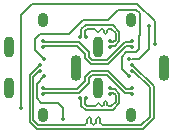
<source format=gbl>
G04*
G04 #@! TF.GenerationSoftware,Altium Limited,Altium Designer,18.0.12 (696)*
G04*
G04 Layer_Physical_Order=2*
G04 Layer_Color=16711680*
%FSLAX25Y25*%
%MOIN*%
G70*
G01*
G75*
%ADD17C,0.00600*%
%ADD20O,0.03543X0.08661*%
%ADD21O,0.03543X0.07087*%
%ADD22O,0.03543X0.04724*%
%ADD23C,0.01400*%
D17*
X136061Y134421D02*
G03*
X135461Y135020I-600J0D01*
G01*
X136061Y134421D02*
G03*
X136661Y133820I600J0D01*
G01*
D02*
G03*
X137261Y134421I0J600D01*
G01*
X137861Y135020D02*
G03*
X137261Y134421I0J-600D01*
G01*
X138461D02*
G03*
X137861Y135020I-600J0D01*
G01*
X138461Y133808D02*
G03*
X139061Y133208I600J0D01*
G01*
D02*
G03*
X139661Y133808I0J600D01*
G01*
X140261Y135020D02*
G03*
X139661Y134421I0J-600D01*
G01*
Y109674D02*
G03*
X140261Y109074I600J0D01*
G01*
X139661Y110287D02*
G03*
X139061Y110887I-600J0D01*
G01*
D02*
G03*
X138461Y110287I0J-600D01*
G01*
X137861Y109074D02*
G03*
X138461Y109674I0J600D01*
G01*
X137261D02*
G03*
X137861Y109074I600J0D01*
G01*
X137261Y109674D02*
G03*
X136661Y110274I-600J0D01*
G01*
D02*
G03*
X136061Y109674I0J-600D01*
G01*
X135461Y109074D02*
G03*
X136061Y109674I0J600D01*
G01*
X137403Y103525D02*
G03*
X138153Y102775I750J0D01*
G01*
X137403Y104791D02*
G03*
X136653Y105541I-750J0D01*
G01*
D02*
G03*
X135903Y104791I0J-750D01*
G01*
X135153Y102775D02*
G03*
X135903Y103525I0J750D01*
G01*
X134403D02*
G03*
X135153Y102775I750J0D01*
G01*
X134403Y104791D02*
G03*
X133653Y105541I-750J0D01*
G01*
D02*
G03*
X132903Y104791I0J-750D01*
G01*
X132153Y102775D02*
G03*
X132903Y103525I0J750D01*
G01*
X124803Y104921D02*
Y108661D01*
X139939Y138027D02*
X143251Y141339D01*
X149213D01*
X150503Y140048D01*
Y132787D02*
Y140048D01*
X150394Y132677D02*
X150503Y132787D01*
X155512Y129921D02*
Y137402D01*
X149606Y143307D02*
X155512Y137402D01*
X114567Y143307D02*
X149606D01*
X150197Y125000D02*
X153543Y128347D01*
Y135827D01*
X133061Y135020D02*
X133661D01*
X134861D01*
X135461D01*
X138461Y133808D02*
Y134421D01*
X139661Y133808D02*
Y134421D01*
X140261Y135020D02*
X140945D01*
X140551Y128921D02*
X140951Y129321D01*
X130709Y132283D02*
X131093Y132668D01*
Y134749D01*
X132293Y132674D02*
X132677Y132290D01*
X143720Y130812D02*
Y133962D01*
X142229Y129321D02*
X143720Y130812D01*
X140951Y129321D02*
X142229D01*
X140551Y130921D02*
X140951Y130521D01*
X131093Y134749D02*
X132564Y136221D01*
X141461D01*
X143720Y133962D01*
X132293Y132674D02*
Y134252D01*
X133061Y135020D01*
X140945D02*
X140964D01*
X142520Y133465D01*
Y131309D02*
Y133465D01*
X141732Y130521D02*
X142520Y131309D01*
X140951Y130521D02*
X141732D01*
X140951Y113573D02*
X141732D01*
X142520Y112786D01*
Y110630D02*
Y112786D01*
X140964Y109074D02*
X142520Y110630D01*
X140945Y109074D02*
X140964D01*
X140261D02*
X140945D01*
X139661Y109674D02*
Y110287D01*
X138461Y109674D02*
Y110287D01*
X134861Y109074D02*
X135461D01*
X133661D02*
X134861D01*
X133061D02*
X133661D01*
X132293Y109843D02*
X133061Y109074D01*
X132293Y109843D02*
Y111421D01*
X141461Y107874D02*
X143720Y110133D01*
X132564Y107874D02*
X141461D01*
X131093Y109345D02*
X132564Y107874D01*
X148334Y121047D02*
X153918Y115464D01*
Y105615D02*
Y115464D01*
X151078Y102775D02*
X153918Y105615D01*
X147723Y102775D02*
X151078D01*
X116639D02*
X132153D01*
X138153D02*
X147723D01*
X137403Y103525D02*
Y104791D01*
X135903Y103525D02*
Y104791D01*
X134403Y103525D02*
Y104791D01*
X132903Y103525D02*
Y104791D01*
X114980Y104434D02*
X116639Y102775D01*
X114980Y104434D02*
Y119007D01*
X117171Y121199D01*
X123228Y110236D02*
X124803Y108661D01*
X116142Y101575D02*
X151575D01*
X110827Y108661D02*
Y139567D01*
X117717Y110236D02*
X123228D01*
X151575Y101575D02*
X155118Y105118D01*
X113779Y103937D02*
X116142Y101575D01*
X113779Y103937D02*
Y119504D01*
X155118Y105118D02*
Y115961D01*
X148031Y123047D02*
X155118Y115961D01*
X113779Y119504D02*
X117323Y123047D01*
X148031Y121047D02*
X148334D01*
X117171Y121199D02*
X117323Y121047D01*
X117171Y121199D02*
X117171D01*
X150394Y128347D02*
Y132677D01*
X149213Y127165D02*
X150394Y128347D01*
X146063Y127165D02*
X149213D01*
X115748Y131496D02*
X117323Y133071D01*
X115748Y127953D02*
Y131496D01*
Y127953D02*
X118701Y125000D01*
X126772Y133071D02*
X131728Y138027D01*
X117323Y133071D02*
X126772D01*
X131728Y138027D02*
X139939D01*
X140551Y113173D02*
X140951Y113573D01*
Y114773D02*
X142229D01*
X143720Y113283D01*
Y110133D02*
Y113283D01*
X132293Y111421D02*
X132677Y111805D01*
X131093Y109345D02*
Y111427D01*
X130709Y111811D02*
X131093Y111427D01*
X140551Y115173D02*
X140951Y114773D01*
X139473Y124428D02*
X145566Y130521D01*
X139970Y123228D02*
X146063Y129321D01*
X144488Y121653D02*
X147047Y119095D01*
X144488Y121653D02*
Y125591D01*
X146063Y127165D01*
X110827Y139567D02*
X114567Y143307D01*
X146063Y114773D02*
X147632D01*
X139970Y120866D02*
X146063Y114773D01*
X145566Y113573D02*
X147632D01*
X139473Y119666D02*
X145566Y113573D01*
X118110Y115173D02*
X118510Y114773D01*
X129612D01*
X132265Y118982D02*
X134149Y120866D01*
X139970D01*
X147632Y114773D02*
X148031Y115173D01*
X118110Y113173D02*
X118510Y113573D01*
X134646Y119666D02*
X139473D01*
X147632Y113573D02*
X148031Y113173D01*
X118510Y113573D02*
X130109D01*
X133465Y116929D01*
X132265Y117426D02*
Y118982D01*
X129612Y114773D02*
X132265Y117426D01*
X133465Y118485D02*
X134646Y119666D01*
X133465Y116929D02*
Y118485D01*
Y125610D02*
Y127165D01*
Y125610D02*
X134646Y124428D01*
X129612Y129321D02*
X132265Y126668D01*
Y125112D02*
Y126668D01*
X130109Y130521D02*
X133465Y127165D01*
X118510Y130521D02*
X130109D01*
X147632D02*
X148031Y130921D01*
X145566Y130521D02*
X147632D01*
X134646Y124428D02*
X139473D01*
X118110Y130921D02*
X118510Y130521D01*
X146063Y129321D02*
X147632D01*
X148031Y128921D01*
X134149Y123228D02*
X139970D01*
X132265Y125112D02*
X134149Y123228D01*
X118510Y129321D02*
X129612D01*
X118110Y128921D02*
X118510Y129321D01*
X116142Y111811D02*
X117717Y110236D01*
X116142Y111811D02*
Y116535D01*
X118701Y119095D01*
X147835Y125000D02*
X150197D01*
D20*
X158661Y122047D02*
D03*
X129134D02*
D03*
D21*
X136614Y128937D02*
D03*
Y115157D02*
D03*
X107087Y128937D02*
D03*
Y115157D02*
D03*
D22*
X147638Y106260D02*
D03*
Y137835D02*
D03*
X118110Y106260D02*
D03*
Y137835D02*
D03*
D23*
X124803Y104921D02*
D03*
X153543Y135827D02*
D03*
X155512Y129921D02*
D03*
X110827Y108661D02*
D03*
X132677Y111805D02*
D03*
X130709Y111811D02*
D03*
X140551Y128921D02*
D03*
X130709Y132283D02*
D03*
X132677Y132290D02*
D03*
X140551Y130921D02*
D03*
X148031D02*
D03*
X118110D02*
D03*
X148031Y128921D02*
D03*
X118110D02*
D03*
Y113173D02*
D03*
X148031D02*
D03*
Y115173D02*
D03*
X140551Y113173D02*
D03*
Y115173D02*
D03*
X147047Y119095D02*
D03*
Y125000D02*
D03*
X148031Y123047D02*
D03*
Y121047D02*
D03*
X117323D02*
D03*
Y123047D02*
D03*
X118701Y119095D02*
D03*
X118701Y125000D02*
D03*
X118110Y115173D02*
D03*
M02*

</source>
